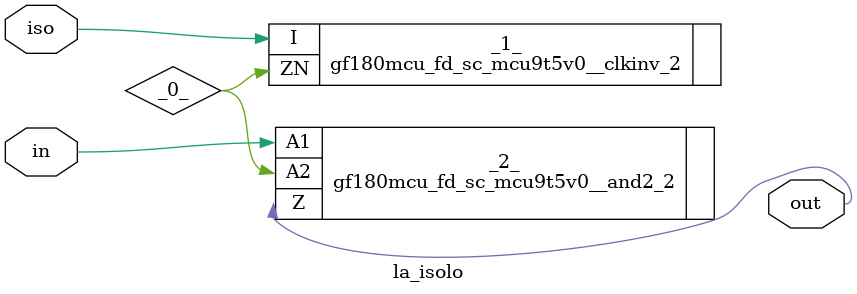
<source format=v>

/* Generated by Yosys 0.44 (git sha1 80ba43d26, g++ 11.4.0-1ubuntu1~22.04 -fPIC -O3) */

(* top =  1  *)
(* src = "generated" *)
(* keep_hierarchy *)
module la_isolo (
    iso,
    in,
    out
);
  wire _0_;
  (* src = "generated" *)
  input in;
  wire in;
  (* src = "generated" *)
  input iso;
  wire iso;
  (* src = "generated" *)
  output out;
  wire out;
  gf180mcu_fd_sc_mcu9t5v0__clkinv_2 _1_ (
      .I (iso),
      .ZN(_0_)
  );
  gf180mcu_fd_sc_mcu9t5v0__and2_2 _2_ (
      .A1(in),
      .A2(_0_),
      .Z (out)
  );
endmodule

</source>
